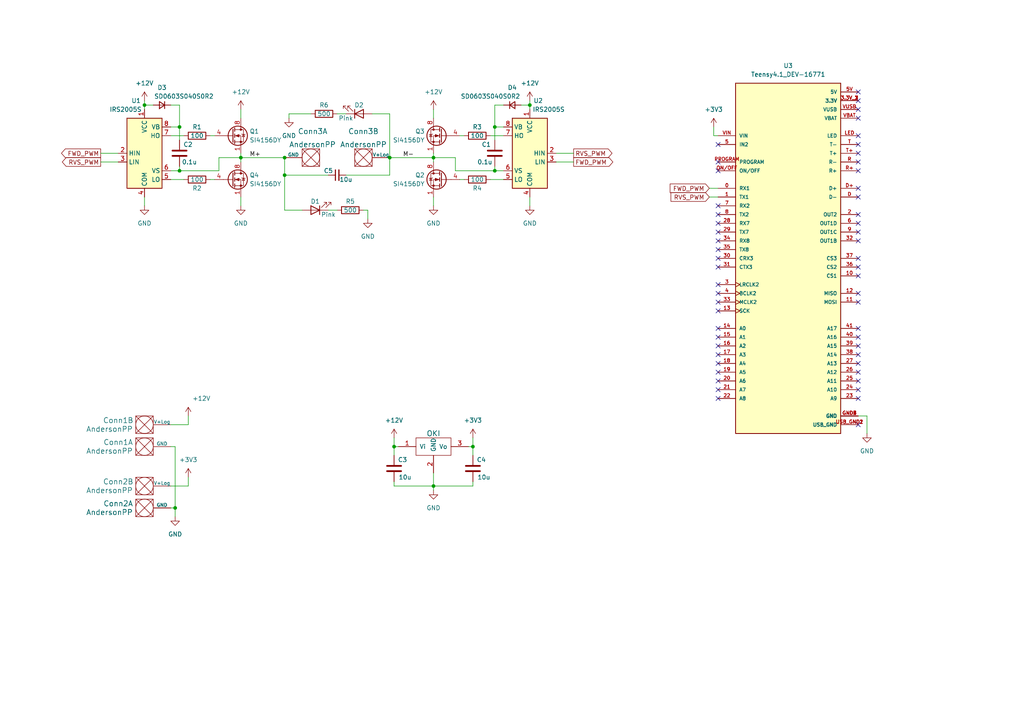
<source format=kicad_sch>
(kicad_sch (version 20211123) (generator eeschema)
  (paper "A4")
  (lib_symbols
    (symbol "Device:C" (pin_numbers hide) (pin_names (offset 0.254))
      (property "Reference" "C" (at 0.635 2.54 0))
      (property "Value" "C" (at 0.635 -2.54 0))
      (symbol "C_0_1"
        (polyline (pts (xy -2.032 -0.762) (xy 2.032 -0.762)) (stroke (width 0.508)))
        (polyline (pts (xy -2.032 0.762) (xy 2.032 0.762)) (stroke (width 0.508)))
      )
      (symbol "C_1_1"
        (pin passive line (at 0 3.81 270) (length 2.794) (name "~") (number "1"))
        (pin passive line (at 0 -3.81 90) (length 2.794) (name "~") (number "2"))
      )
    )
    (symbol "Device:C_Small" (pin_numbers hide) (pin_names (offset 0.254) hide)
      (property "Reference" "C" (at 0.254 1.778 0))
      (property "Value" "C_Small" (at 0.254 -2.032 0))
      (symbol "C_Small_0_1"
        (polyline (pts (xy -1.524 -0.508) (xy 1.524 -0.508)) (stroke (width 0.3302)))
        (polyline (pts (xy -1.524 0.508) (xy 1.524 0.508)) (stroke (width 0.3048)))
      )
      (symbol "C_Small_1_1"
        (pin passive line (at 0 2.54 270) (length 2.032) (name "~") (number "1"))
        (pin passive line (at 0 -2.54 90) (length 2.032) (name "~") (number "2"))
      )
    )
    (symbol "Device:D_Small" (pin_numbers hide) (pin_names (offset 0.254) hide)
      (property "Reference" "D" (at -1.27 2.032 0))
      (property "Value" "D_Small" (at -3.81 -2.032 0))
      (symbol "D_Small_0_1"
        (polyline (pts (xy -0.762 -1.016) (xy -0.762 1.016)) (stroke (width 0.254)))
        (polyline (pts (xy -0.762 0) (xy 0.762 0)))
        (polyline (pts (xy 0.762 -1.016) (xy -0.762 0) (xy 0.762 1.016) (xy 0.762 -1.016)) (stroke (width 0.254)))
      )
      (symbol "D_Small_1_1"
        (pin passive line (at -2.54 0 0) (length 1.778) (name "K") (number "1"))
        (pin passive line (at 2.54 0 180) (length 1.778) (name "A") (number "2"))
      )
    )
    (symbol "Device:LED" (pin_numbers hide) (pin_names (offset 1.016) hide)
      (property "Reference" "D" (at 0 2.54 0))
      (property "Value" "LED" (at 0 -2.54 0))
      (symbol "LED_0_1"
        (polyline (pts (xy -1.27 -1.27) (xy -1.27 1.27)) (stroke (width 0.254)))
        (polyline (pts (xy -1.27 0) (xy 1.27 0)))
        (polyline (pts (xy 1.27 -1.27) (xy 1.27 1.27) (xy -1.27 0) (xy 1.27 -1.27)) (stroke (width 0.254)))
        (polyline (pts (xy -3.048 -0.762) (xy -4.572 -2.286) (xy -3.81 -2.286) (xy -4.572 -2.286) (xy -4.572 -1.524)))
        (polyline (pts (xy -1.778 -0.762) (xy -3.302 -2.286) (xy -2.54 -2.286) (xy -3.302 -2.286) (xy -3.302 -1.524)))
      )
      (symbol "LED_1_1"
        (pin passive line (at -3.81 0 0) (length 2.54) (name "K") (number "1"))
        (pin passive line (at 3.81 0 180) (length 2.54) (name "A") (number "2"))
      )
    )
    (symbol "Device:R" (pin_numbers hide) (pin_names (offset 0))
      (property "Reference" "R" (at 2.032 0 90))
      (property "Value" "R" (at 0 0 90))
      (symbol "R_0_1"
        (rectangle (start -1.016 -2.54) (end 1.016 2.54) (stroke (width 0.254)))
      )
      (symbol "R_1_1"
        (pin passive line (at 0 3.81 270) (length 1.27) (name "~") (number "1"))
        (pin passive line (at 0 -3.81 90) (length 1.27) (name "~") (number "2"))
      )
    )
    (symbol "Driver_FET:IRS2005S"
      (property "Reference" "U" (at 1.27 13.335 0))
      (property "Value" "IRS2005S" (at 1.27 11.43 0))
      (symbol "IRS2005S_0_1"
        (rectangle (start -5.08 -10.16) (end 5.08 10.16) (stroke (width 0.254)) (fill (type background)))
      )
      (symbol "IRS2005S_1_1"
        (pin power_in line (at 0 12.7 270) (length 2.54) (name "VCC") (number "1"))
        (pin input line (at -7.62 0 0) (length 2.54) (name "HIN") (number "2"))
        (pin input line (at -7.62 -2.54 0) (length 2.54) (name "LIN") (number "3"))
        (pin power_in line (at 0 -12.7 90) (length 2.54) (name "COM") (number "4"))
        (pin output line (at 7.62 -7.62 180) (length 2.54) (name "LO") (number "5"))
        (pin passive line (at 7.62 -5.08 180) (length 2.54) (name "VS") (number "6"))
        (pin output line (at 7.62 5.08 180) (length 2.54) (name "HO") (number "7"))
        (pin passive line (at 7.62 7.62 180) (length 2.54) (name "VB") (number "8"))
      )
    )
    (symbol "MRDT_Connectors:AndersonPP" (pin_numbers hide) (pin_names (offset 0))
      (property "Reference" "Conn" (at 3.81 -1.27 0))
      (property "Value" "AndersonPP" (at 2.54 6.35 0))
      (symbol "AndersonPP_0_1"
        (polyline (pts (xy 0 5.08) (xy 5.08 0)))
        (polyline (pts (xy 5.08 5.08) (xy 0 0)))
        (rectangle (start 0 0) (end 5.08 5.08))
        (circle (center 2.54 2.54) (radius 2.54))
      )
      (symbol "AndersonPP_1_1"
        (pin input line (at 10.16 2.54 180) (length 5.08) (name "GND") (number "1"))
      )
      (symbol "AndersonPP_2_1"
        (pin input line (at 10.16 2.54 180) (length 5.08) (name "V+Log") (number "2"))
      )
      (symbol "AndersonPP_3_1"
        (pin input line (at 10.16 2.54 180) (length 5.08) (name "V+Act") (number "3"))
      )
      (symbol "AndersonPP_4_1"
        (pin input line (at 10.16 2.54 180) (length 5.08) (name "PV+") (number "4"))
      )
      (symbol "AndersonPP_5_1"
        (pin input line (at 10.16 2.54 180) (length 5.08) (name "~") (number "1"))
      )
    )
    (symbol "MRDT_Devices:OKI" (pin_names (offset 1.016))
      (property "Value" "OKI" (at 5.08 6.35 0))
      (symbol "OKI_0_1"
        (rectangle (start 0 0) (end 10.16 5.08))
      )
      (symbol "OKI_1_1"
        (pin input line (at -5.08 2.54 0) (length 5.08) (name "Vi") (number "1"))
        (pin output line (at 5.08 -5.08 90) (length 5.08) (name "GND") (number "2"))
        (pin output line (at 15.24 2.54 180) (length 5.08) (name "Vo") (number "3"))
      )
    )
    (symbol "MRDT_Shields:Teensy4.1_DEV-16771" (pin_names (offset 1.016))
      (property "Reference" "U" (at -15.24 52.07 0))
      (property "Value" "Teensy4.1_DEV-16771" (at -15.24 -53.34 0))
      (symbol "Teensy4.1_DEV-16771_0_0"
        (rectangle (start -15.24 -50.8) (end 15.24 50.8) (stroke (width 0.254)) (fill (type background)))
        (pin bidirectional line (at -20.32 20.32 0) (length 5.08) (name "RX1") (number "0"))
        (pin bidirectional line (at -20.32 17.78 0) (length 5.08) (name "TX1") (number "1"))
        (pin bidirectional line (at 20.32 -5.08 180) (length 5.08) (name "CS1") (number "10"))
        (pin bidirectional line (at 20.32 -12.7 180) (length 5.08) (name "MOSI") (number "11"))
        (pin bidirectional line (at 20.32 -10.16 180) (length 5.08) (name "MISO") (number "12"))
        (pin bidirectional clock (at -20.32 -15.24 0) (length 5.08) (name "SCK") (number "13"))
        (pin bidirectional line (at -20.32 -20.32 0) (length 5.08) (name "A0") (number "14"))
        (pin bidirectional line (at -20.32 -22.86 0) (length 5.08) (name "A1") (number "15"))
        (pin bidirectional line (at -20.32 -25.4 0) (length 5.08) (name "A2") (number "16"))
        (pin bidirectional line (at -20.32 -27.94 0) (length 5.08) (name "A3") (number "17"))
        (pin bidirectional line (at -20.32 -30.48 0) (length 5.08) (name "A4") (number "18"))
        (pin bidirectional line (at -20.32 -33.02 0) (length 5.08) (name "A5") (number "19"))
        (pin output line (at 20.32 12.7 180) (length 5.08) (name "OUT2") (number "2"))
        (pin bidirectional line (at -20.32 -35.56 0) (length 5.08) (name "A6") (number "20"))
        (pin bidirectional line (at -20.32 -38.1 0) (length 5.08) (name "A7") (number "21"))
        (pin bidirectional line (at -20.32 -40.64 0) (length 5.08) (name "A8") (number "22"))
        (pin bidirectional line (at 20.32 -40.64 180) (length 5.08) (name "A9") (number "23"))
        (pin bidirectional line (at 20.32 -38.1 180) (length 5.08) (name "A10") (number "24"))
        (pin bidirectional line (at 20.32 -35.56 180) (length 5.08) (name "A11") (number "25"))
        (pin bidirectional line (at 20.32 -33.02 180) (length 5.08) (name "A12") (number "26"))
        (pin bidirectional line (at 20.32 -30.48 180) (length 5.08) (name "A13") (number "27"))
        (pin bidirectional line (at -20.32 10.16 0) (length 5.08) (name "RX7") (number "28"))
        (pin bidirectional line (at -20.32 7.62 0) (length 5.08) (name "TX7") (number "29"))
        (pin bidirectional clock (at -20.32 -7.62 0) (length 5.08) (name "LRCLK2") (number "3"))
        (pin power_in line (at 20.32 45.72 180) (length 5.08) (name "3.3V") (number "3.3V_1"))
        (pin power_in line (at 20.32 45.72 180) (length 5.08) (name "3.3V") (number "3.3V_2"))
        (pin power_in line (at 20.32 45.72 180) (length 5.08) (name "3.3V") (number "3.3V_3"))
        (pin bidirectional line (at -20.32 0 0) (length 5.08) (name "CRX3") (number "30"))
        (pin bidirectional line (at -20.32 -2.54 0) (length 5.08) (name "CTX3") (number "31"))
        (pin output line (at 20.32 5.08 180) (length 5.08) (name "OUT1B") (number "32"))
        (pin bidirectional clock (at -20.32 -12.7 0) (length 5.08) (name "MCLK2") (number "33"))
        (pin bidirectional line (at -20.32 5.08 0) (length 5.08) (name "RX8") (number "34"))
        (pin bidirectional line (at -20.32 2.54 0) (length 5.08) (name "TX8") (number "35"))
        (pin bidirectional line (at 20.32 -2.54 180) (length 5.08) (name "CS2") (number "36"))
        (pin bidirectional line (at 20.32 0 180) (length 5.08) (name "CS3") (number "37"))
        (pin bidirectional line (at 20.32 -27.94 180) (length 5.08) (name "A14") (number "38"))
        (pin bidirectional line (at 20.32 -25.4 180) (length 5.08) (name "A15") (number "39"))
        (pin bidirectional clock (at -20.32 -10.16 0) (length 5.08) (name "BCLK2") (number "4"))
        (pin bidirectional line (at 20.32 -22.86 180) (length 5.08) (name "A16") (number "40"))
        (pin bidirectional line (at 20.32 -20.32 180) (length 5.08) (name "A17") (number "41"))
        (pin bidirectional line (at -20.32 33.02 0) (length 5.08) (name "IN2") (number "5"))
        (pin power_in line (at 20.32 48.26 180) (length 5.08) (name "5V") (number "5V"))
        (pin output line (at 20.32 10.16 180) (length 5.08) (name "OUT1D") (number "6"))
        (pin bidirectional line (at -20.32 15.24 0) (length 5.08) (name "RX2") (number "7"))
        (pin bidirectional line (at -20.32 12.7 0) (length 5.08) (name "TX2") (number "8"))
        (pin output line (at 20.32 7.62 180) (length 5.08) (name "OUT1C") (number "9"))
        (pin bidirectional line (at 20.32 17.78 180) (length 5.08) (name "D-") (number "D"))
        (pin bidirectional line (at 20.32 20.32 180) (length 5.08) (name "D+") (number "D+"))
        (pin power_in line (at 20.32 -45.72 180) (length 5.08) (name "GND") (number "GND1"))
        (pin power_in line (at 20.32 -45.72 180) (length 5.08) (name "GND") (number "GND2"))
        (pin power_in line (at 20.32 -45.72 180) (length 5.08) (name "GND") (number "GND3"))
        (pin power_in line (at 20.32 -45.72 180) (length 5.08) (name "GND") (number "GND4"))
        (pin power_in line (at 20.32 -45.72 180) (length 5.08) (name "GND") (number "GND5"))
        (pin bidirectional line (at 20.32 35.56 180) (length 5.08) (name "LED") (number "LED"))
        (pin bidirectional line (at -20.32 25.4 0) (length 5.08) (name "ON/OFF") (number "ON/OFF"))
        (pin bidirectional line (at -20.32 27.94 0) (length 5.08) (name "PROGRAM") (number "PROGRAM"))
        (pin bidirectional line (at 20.32 27.94 180) (length 5.08) (name "R-") (number "R"))
        (pin bidirectional line (at 20.32 25.4 180) (length 5.08) (name "R+") (number "R+"))
        (pin bidirectional line (at 20.32 33.02 180) (length 5.08) (name "T-") (number "T"))
        (pin bidirectional line (at 20.32 30.48 180) (length 5.08) (name "T+") (number "T+"))
        (pin power_in line (at 20.32 -48.26 180) (length 5.08) (name "USB_GND") (number "USB_GND1"))
        (pin power_in line (at 20.32 -48.26 180) (length 5.08) (name "USB_GND") (number "USB_GND2"))
        (pin passive line (at 20.32 40.64 180) (length 5.08) (name "VBAT") (number "VBAT"))
        (pin input line (at -20.32 35.56 0) (length 5.08) (name "VIN") (number "VIN"))
        (pin passive line (at 20.32 43.18 180) (length 5.08) (name "VUSB") (number "VUSB"))
      )
    )
    (symbol "Transistor_FET:FDS2734" (pin_names hide)
      (property "Reference" "Q" (at 5.08 2.54 0))
      (property "Value" "FDS2734" (at 5.08 0 0))
      (symbol "FDS2734_0_1"
        (polyline (pts (xy 0.254 0) (xy -2.54 0)))
        (polyline (pts (xy 0.254 1.905) (xy 0.254 -1.905)) (stroke (width 0.254)))
        (polyline (pts (xy 0.762 -1.27) (xy 0.762 -2.286)) (stroke (width 0.254)))
        (polyline (pts (xy 0.762 0.508) (xy 0.762 -0.508)) (stroke (width 0.254)))
        (polyline (pts (xy 0.762 2.286) (xy 0.762 1.27)) (stroke (width 0.254)))
        (polyline (pts (xy 2.54 2.54) (xy 2.54 1.778)))
        (polyline (pts (xy 2.54 -2.54) (xy 2.54 0) (xy 0.762 0)))
        (polyline (pts (xy 0.762 -1.778) (xy 3.302 -1.778) (xy 3.302 1.778) (xy 0.762 1.778)))
        (polyline (pts (xy 1.016 0) (xy 2.032 0.381) (xy 2.032 -0.381) (xy 1.016 0)) (fill (type outline)))
        (polyline (pts (xy 2.794 0.508) (xy 2.921 0.381) (xy 3.683 0.381) (xy 3.81 0.254)))
        (polyline (pts (xy 3.302 0.381) (xy 2.921 -0.254) (xy 3.683 -0.254) (xy 3.302 0.381)))
        (circle (center 1.651 0) (radius 2.794) (stroke (width 0.254)))
        (circle (center 2.54 -1.778) (radius 0.254) (fill (type outline)))
        (circle (center 2.54 1.778) (radius 0.254) (fill (type outline)))
      )
      (symbol "FDS2734_1_1"
        (pin passive line (at 2.54 -5.08 90) (length 2.54) (name "S") (number "1"))
        (pin passive line (at 2.54 -5.08 90) (length 2.54) hide (name "S") (number "2"))
        (pin passive line (at 2.54 -5.08 90) (length 2.54) hide (name "S") (number "3"))
        (pin input line (at -5.08 0 0) (length 2.54) (name "G") (number "4"))
        (pin passive line (at 2.54 5.08 270) (length 2.54) hide (name "D") (number "5"))
        (pin passive line (at 2.54 5.08 270) (length 2.54) hide (name "D") (number "6"))
        (pin passive line (at 2.54 5.08 270) (length 2.54) hide (name "D") (number "7"))
        (pin passive line (at 2.54 5.08 270) (length 2.54) (name "D") (number "8"))
      )
    )
    (symbol "power:+12V" (power) (pin_names (offset 0))
      (property "Value" "+12V" (at 0 3.556 0))
      (symbol "+12V_0_1"
        (polyline (pts (xy -0.762 1.27) (xy 0 2.54)))
        (polyline (pts (xy 0 0) (xy 0 2.54)))
        (polyline (pts (xy 0 2.54) (xy 0.762 1.27)))
      )
      (symbol "+12V_1_1"
        (pin power_in line (at 0 0 90) (length 0) hide (name "+12V") (number "1"))
      )
    )
    (symbol "power:+3V3" (power) (pin_names (offset 0))
      (property "Value" "+3V3" (at 0 3.556 0))
      (symbol "+3V3_0_1"
        (polyline (pts (xy -0.762 1.27) (xy 0 2.54)))
        (polyline (pts (xy 0 0) (xy 0 2.54)))
        (polyline (pts (xy 0 2.54) (xy 0.762 1.27)))
      )
      (symbol "+3V3_1_1"
        (pin power_in line (at 0 0 90) (length 0) hide (name "+3V3") (number "1"))
      )
    )
    (symbol "power:GND" (power) (pin_names (offset 0))
      (property "Value" "GND" (at 0 -3.81 0))
      (symbol "GND_0_1"
        (polyline (pts (xy 0 0) (xy 0 -1.27) (xy 1.27 -1.27) (xy 0 -2.54) (xy -1.27 -1.27) (xy 0 -1.27)))
      )
      (symbol "GND_1_1"
        (pin power_in line (at 0 0 270) (length 0) hide (name "GND") (number "1"))
      )
    )
  )
  (junction (at 137.16 129.54))
  (junction (at 69.85 45.72))
  (junction (at 82.55 50.8))
  (junction (at 113.03 45.72))
  (junction (at 82.55 45.72))
  (junction (at 52.07 49.53))
  (junction (at 52.07 36.83))
  (junction (at 114.3 129.54))
  (junction (at 143.51 36.83))
  (junction (at 153.67 30.48))
  (junction (at 125.73 140.97))
  (junction (at 143.51 49.53))
  (junction (at 41.91 30.48))
  (junction (at 125.73 45.72))
  (junction (at 50.8 147.32))
  (no_connect (at 208.28 41.91))
  (no_connect (at 208.28 46.99))
  (no_connect (at 248.92 26.67))
  (no_connect (at 248.92 29.21))
  (no_connect (at 248.92 31.75))
  (no_connect (at 248.92 34.29))
  (no_connect (at 248.92 39.37))
  (no_connect (at 248.92 41.91))
  (no_connect (at 248.92 44.45))
  (no_connect (at 248.92 46.99))
  (no_connect (at 248.92 49.53))
  (no_connect (at 248.92 54.61))
  (no_connect (at 248.92 57.15))
  (no_connect (at 248.92 62.23))
  (no_connect (at 248.92 64.77))
  (no_connect (at 248.92 67.31))
  (no_connect (at 208.28 107.95))
  (no_connect (at 208.28 110.49))
  (no_connect (at 208.28 113.03))
  (no_connect (at 208.28 115.57))
  (no_connect (at 208.28 64.77))
  (no_connect (at 208.28 67.31))
  (no_connect (at 208.28 69.85))
  (no_connect (at 208.28 72.39))
  (no_connect (at 208.28 74.93))
  (no_connect (at 208.28 49.53))
  (no_connect (at 208.28 59.69))
  (no_connect (at 208.28 62.23))
  (no_connect (at 248.92 69.85))
  (no_connect (at 248.92 74.93))
  (no_connect (at 208.28 77.47))
  (no_connect (at 208.28 82.55))
  (no_connect (at 208.28 85.09))
  (no_connect (at 208.28 87.63))
  (no_connect (at 208.28 90.17))
  (no_connect (at 208.28 100.33))
  (no_connect (at 208.28 95.25))
  (no_connect (at 208.28 97.79))
  (no_connect (at 208.28 105.41))
  (no_connect (at 208.28 102.87))
  (no_connect (at 248.92 77.47))
  (no_connect (at 248.92 80.01))
  (no_connect (at 248.92 85.09))
  (no_connect (at 248.92 87.63))
  (no_connect (at 248.92 95.25))
  (no_connect (at 248.92 97.79))
  (no_connect (at 248.92 100.33))
  (no_connect (at 248.92 102.87))
  (no_connect (at 248.92 105.41))
  (no_connect (at 248.92 107.95))
  (no_connect (at 248.92 110.49))
  (no_connect (at 248.92 113.03))
  (no_connect (at 248.92 115.57))
  (no_connect (at 248.92 123.19))
  (wire (pts (xy 52.07 36.83) (xy 52.07 40.64)))
  (wire (pts (xy 82.55 50.8) (xy 95.25 50.8)))
  (wire (pts (xy 207.01 36.83) (xy 207.01 39.37)))
  (wire (pts (xy 251.46 120.65) (xy 251.46 125.73)))
  (wire (pts (xy 63.5 49.53) (xy 63.5 45.72)))
  (wire (pts (xy 100.33 33.02) (xy 97.79 33.02)))
  (wire (pts (xy 114.3 127) (xy 114.3 129.54)))
  (wire (pts (xy 113.03 33.02) (xy 113.03 45.72)))
  (wire (pts (xy 146.05 52.07) (xy 142.24 52.07)))
  (wire (pts (xy 69.85 45.72) (xy 69.85 46.99)))
  (wire (pts (xy 50.8 129.54) (xy 50.8 147.32)))
  (wire (pts (xy 44.45 30.48) (xy 41.91 30.48)))
  (wire (pts (xy 132.08 45.72) (xy 125.73 45.72)))
  (wire (pts (xy 54.61 123.19) (xy 54.61 120.65)))
  (wire (pts (xy 63.5 45.72) (xy 69.85 45.72)))
  (wire (pts (xy 82.55 50.8) (xy 82.55 45.72)))
  (wire (pts (xy 52.07 36.83) (xy 52.07 30.48)))
  (wire (pts (xy 143.51 48.26) (xy 143.51 49.53)))
  (wire (pts (xy 161.29 44.45) (xy 166.37 44.45)))
  (wire (pts (xy 205.74 57.15) (xy 208.28 57.15)))
  (wire (pts (xy 49.53 147.32) (xy 50.8 147.32)))
  (wire (pts (xy 132.08 49.53) (xy 132.08 45.72)))
  (wire (pts (xy 153.67 30.48) (xy 153.67 31.75)))
  (wire (pts (xy 60.96 52.07) (xy 62.23 52.07)))
  (wire (pts (xy 143.51 36.83) (xy 143.51 30.48)))
  (wire (pts (xy 49.53 49.53) (xy 52.07 49.53)))
  (wire (pts (xy 133.35 39.37) (xy 134.62 39.37)))
  (wire (pts (xy 69.85 45.72) (xy 82.55 45.72)))
  (wire (pts (xy 142.24 39.37) (xy 146.05 39.37)))
  (wire (pts (xy 49.53 36.83) (xy 52.07 36.83)))
  (wire (pts (xy 82.55 60.96) (xy 82.55 50.8)))
  (wire (pts (xy 41.91 30.48) (xy 41.91 31.75)))
  (wire (pts (xy 41.91 29.21) (xy 41.91 30.48)))
  (wire (pts (xy 83.82 33.02) (xy 83.82 34.29)))
  (wire (pts (xy 60.96 39.37) (xy 62.23 39.37)))
  (wire (pts (xy 137.16 127) (xy 137.16 129.54)))
  (wire (pts (xy 113.03 50.8) (xy 113.03 45.72)))
  (wire (pts (xy 49.53 140.97) (xy 54.61 140.97)))
  (wire (pts (xy 106.68 60.96) (xy 106.68 63.5)))
  (wire (pts (xy 105.41 60.96) (xy 106.68 60.96)))
  (wire (pts (xy 54.61 140.97) (xy 54.61 138.43)))
  (wire (pts (xy 135.89 129.54) (xy 137.16 129.54)))
  (wire (pts (xy 125.73 45.72) (xy 113.03 45.72)))
  (wire (pts (xy 161.29 46.99) (xy 166.37 46.99)))
  (wire (pts (xy 125.73 45.72) (xy 125.73 46.99)))
  (wire (pts (xy 107.95 33.02) (xy 113.03 33.02)))
  (wire (pts (xy 49.53 129.54) (xy 50.8 129.54)))
  (wire (pts (xy 146.05 49.53) (xy 143.51 49.53)))
  (wire (pts (xy 137.16 129.54) (xy 137.16 132.08)))
  (wire (pts (xy 52.07 48.26) (xy 52.07 49.53)))
  (wire (pts (xy 153.67 57.15) (xy 153.67 59.69)))
  (wire (pts (xy 100.33 50.8) (xy 113.03 50.8)))
  (wire (pts (xy 41.91 57.15) (xy 41.91 59.69)))
  (wire (pts (xy 114.3 140.97) (xy 125.73 140.97)))
  (wire (pts (xy 49.53 39.37) (xy 53.34 39.37)))
  (wire (pts (xy 151.13 30.48) (xy 153.67 30.48)))
  (wire (pts (xy 29.21 46.99) (xy 34.29 46.99)))
  (wire (pts (xy 153.67 29.21) (xy 153.67 30.48)))
  (wire (pts (xy 114.3 129.54) (xy 114.3 132.08)))
  (wire (pts (xy 90.17 33.02) (xy 83.82 33.02)))
  (wire (pts (xy 49.53 123.19) (xy 54.61 123.19)))
  (wire (pts (xy 125.73 31.75) (xy 125.73 34.29)))
  (wire (pts (xy 29.21 44.45) (xy 34.29 44.45)))
  (wire (pts (xy 52.07 49.53) (xy 63.5 49.53)))
  (wire (pts (xy 133.35 52.07) (xy 134.62 52.07)))
  (wire (pts (xy 143.51 49.53) (xy 132.08 49.53)))
  (wire (pts (xy 69.85 44.45) (xy 69.85 45.72)))
  (wire (pts (xy 125.73 57.15) (xy 125.73 59.69)))
  (wire (pts (xy 125.73 137.16) (xy 125.73 140.97)))
  (wire (pts (xy 143.51 30.48) (xy 146.05 30.48)))
  (wire (pts (xy 114.3 129.54) (xy 115.57 129.54)))
  (wire (pts (xy 95.25 60.96) (xy 97.79 60.96)))
  (wire (pts (xy 146.05 36.83) (xy 143.51 36.83)))
  (wire (pts (xy 207.01 39.37) (xy 208.28 39.37)))
  (wire (pts (xy 125.73 44.45) (xy 125.73 45.72)))
  (wire (pts (xy 49.53 52.07) (xy 53.34 52.07)))
  (wire (pts (xy 125.73 140.97) (xy 137.16 140.97)))
  (wire (pts (xy 143.51 36.83) (xy 143.51 40.64)))
  (wire (pts (xy 137.16 139.7) (xy 137.16 140.97)))
  (wire (pts (xy 52.07 30.48) (xy 49.53 30.48)))
  (wire (pts (xy 114.3 139.7) (xy 114.3 140.97)))
  (wire (pts (xy 125.73 140.97) (xy 125.73 142.24)))
  (wire (pts (xy 69.85 31.75) (xy 69.85 34.29)))
  (wire (pts (xy 205.74 54.61) (xy 208.28 54.61)))
  (wire (pts (xy 50.8 147.32) (xy 50.8 149.86)))
  (wire (pts (xy 87.63 60.96) (xy 82.55 60.96)))
  (wire (pts (xy 69.85 57.15) (xy 69.85 59.69)))
  (wire (pts (xy 248.92 120.65) (xy 251.46 120.65)))
  (label "M-" (at 116.84 45.72 0))
  (label "M+" (at 72.39 45.72 0))
  (global_label "RVS_PWM" (shape output) (at 166.37 44.45 0) (property "Intersheet References" "${INTERSHEET_REFS}" (effects hide)))
  (global_label "FWD_PWM" (shape input) (at 205.74 54.61 180) (property "Intersheet References" "${INTERSHEET_REFS}" (effects hide)))
  (global_label "RVS_PWM" (shape output) (at 29.21 46.99 180) (property "Intersheet References" "${INTERSHEET_REFS}" (effects hide)))
  (global_label "RVS_PWM" (shape input) (at 205.74 57.15 180) (property "Intersheet References" "${INTERSHEET_REFS}" (effects hide)))
  (global_label "FWD_PWM" (shape output) (at 166.37 46.99 0) (property "Intersheet References" "${INTERSHEET_REFS}" (effects hide)))
  (global_label "FWD_PWM" (shape output) (at 29.21 44.45 180) (property "Intersheet References" "${INTERSHEET_REFS}" (effects hide)))
  (symbol (lib_id "Device:R") (at 57.15 52.07 90) (unit 1)
    (property "Reference" "R2" (at 57.15 54.61 90))
    (property "Value" "100" (at 57.15 52.07 90))
    (property "Footprint" "Resistor_SMD:R_0603_1608Metric_Pad0.98x0.95mm_HandSolder" (effects hide))
  )
  (symbol (lib_id "power:+12V") (at 153.67 29.21 0) (unit 1)
    (property "Reference" "#PWR0102" (effects hide))
    (property "Value" "+12V" (at 153.67 24.13 0))
  )
  (symbol (lib_id "Device:R") (at 57.15 39.37 90) (unit 1)
    (property "Reference" "R1" (at 57.15 36.83 90))
    (property "Value" "100" (at 57.15 39.37 90))
    (property "Footprint" "Resistor_SMD:R_0603_1608Metric_Pad0.98x0.95mm_HandSolder" (effects hide))
  )
  (symbol (lib_id "power:+12V") (at 54.61 120.65 0) (unit 1)
    (property "Reference" "#PWR02" (effects hide))
    (property "Value" "+12V" (at 58.42 115.57 0))
  )
  (symbol (lib_id "power:+12V") (at 125.73 31.75 0) (unit 1)
    (property "Reference" "#PWR0106" (effects hide))
    (property "Value" "+12V" (at 125.73 26.67 0))
  )
  (symbol (lib_id "MRDT_Connectors:AndersonPP") (at 39.37 132.08 0) (unit 1)
    (property "Reference" "Conn1" (at 34.29 128.27 0) (effects (font (size 1.524 1.524))))
    (property "Value" "AndersonPP" (at 31.75 130.81 0) (effects (font (size 1.524 1.524))))
    (property "Footprint" "MRDT_Connectors:Square_Anderson_2_H_Side_By_Side" (effects hide))
  )
  (symbol (lib_id "Transistor_FET:FDS2734") (at 128.27 52.07 0) (mirror y) (unit 1)
    (property "Reference" "Q2" (at 123.19 50.8 0) (effects (justify left)))
    (property "Value" "SI4156DY" (at 123.19 53.34 0) (effects (justify left)))
    (property "Footprint" "Package_SO:SOIC-8_3.9x4.9mm_P1.27mm" (effects hide))
    (property "Datasheet" "https://www.onsemi.com/pdf/datasheet/fds8896-d.pdf" (effects hide))
  )
  (symbol (lib_id "Device:C") (at 137.16 135.89 0) (mirror y) (unit 1)
    (property "Reference" "C4" (at 140.97 133.35 0) (effects (justify left)))
    (property "Value" "10u" (at 142.24 138.43 0) (effects (justify left)))
    (property "Footprint" "Capacitor_SMD:C_0603_1608Metric" (effects hide))
  )
  (symbol (lib_id "power:+3V3") (at 54.61 138.43 0) (unit 1)
    (property "Reference" "#PWR0113" (effects hide))
    (property "Value" "+3V3" (at 54.61 133.35 0))
  )
  (symbol (lib_id "power:GND") (at 251.46 125.73 0) (unit 1)
    (property "Reference" "#PWR08" (effects hide))
    (property "Value" "GND" (at 251.46 130.81 0))
  )
  (symbol (lib_id "Device:C") (at 52.07 44.45 0) (mirror y) (unit 1)
    (property "Reference" "C2" (at 55.88 41.91 0) (effects (justify left)))
    (property "Value" "0.1u" (at 57.15 46.99 0) (effects (justify left)))
    (property "Footprint" "Capacitor_SMD:C_0603_1608Metric" (effects hide))
  )
  (symbol (lib_id "Device:D_Small") (at 46.99 30.48 0) (mirror y) (unit 1)
    (property "Reference" "D3" (at 46.99 25.4 0))
    (property "Value" "SD0603S040S0R2" (at 53.34 27.94 0))
    (property "Footprint" "Diode_SMD:D_0603_1608Metric" (effects hide))
  )
  (symbol (lib_id "Device:C") (at 114.3 135.89 0) (mirror y) (unit 1)
    (property "Reference" "C3" (at 118.11 133.35 0) (effects (justify left)))
    (property "Value" "10u" (at 119.38 138.43 0) (effects (justify left)))
    (property "Footprint" "Capacitor_SMD:C_0603_1608Metric" (effects hide))
  )
  (symbol (lib_id "Device:LED") (at 91.44 60.96 180) (unit 1)
    (property "Reference" "D1" (at 91.44 58.42 0))
    (property "Value" "Pink" (at 95.25 62.23 0))
    (property "Footprint" "LED_SMD:LED_0603_1608Metric_Pad1.05x0.95mm_HandSolder" (effects hide))
  )
  (symbol (lib_id "MRDT_Connectors:AndersonPP") (at 102.87 48.26 0) (unit 2)
    (property "Reference" "Conn3" (at 105.41 38.1 0) (effects (font (size 1.524 1.524))))
    (property "Value" "AndersonPP" (at 105.41 41.91 0) (effects (font (size 1.524 1.524))))
    (property "Footprint" "MRDT_Connectors:Square_Anderson_2_H_Side_By_Side" (effects hide))
  )
  (symbol (lib_id "Device:R") (at 138.43 39.37 270) (mirror x) (unit 1)
    (property "Reference" "R3" (at 138.43 36.83 90))
    (property "Value" "100" (at 138.43 39.37 90))
    (property "Footprint" "Resistor_SMD:R_0603_1608Metric_Pad0.98x0.95mm_HandSolder" (effects hide))
  )
  (symbol (lib_id "power:GND") (at 83.82 34.29 0) (unit 1)
    (property "Reference" "#PWR0103" (effects hide))
    (property "Value" "GND" (at 83.82 39.37 0))
  )
  (symbol (lib_id "power:+12V") (at 114.3 127 0) (unit 1)
    (property "Reference" "#PWR0111" (effects hide))
    (property "Value" "+12V" (at 114.3 121.92 0))
  )
  (symbol (lib_id "power:+3V3") (at 207.01 36.83 0) (unit 1)
    (property "Reference" "#PWR0109" (effects hide))
    (property "Value" "+3V3" (at 207.01 31.75 0))
  )
  (symbol (lib_id "power:+3V3") (at 137.16 127 0) (unit 1)
    (property "Reference" "#PWR0112" (effects hide))
    (property "Value" "+3V3" (at 137.16 121.92 0))
  )
  (symbol (lib_id "Transistor_FET:FDS2734") (at 67.31 52.07 0) (unit 1)
    (property "Reference" "Q4" (at 72.39 50.8 0) (effects (justify left)))
    (property "Value" "SI4156DY" (at 72.39 53.34 0) (effects (justify left)))
    (property "Footprint" "Package_SO:SOIC-8_3.9x4.9mm_P1.27mm" (effects hide))
    (property "Datasheet" "https://www.onsemi.com/pdf/datasheet/fds8896-d.pdf" (effects hide))
  )
  (symbol (lib_id "Driver_FET:IRS2005S") (at 153.67 44.45 0) (mirror y) (unit 1)
    (property "Reference" "U2" (at 157.48 29.21 0) (effects (justify left)))
    (property "Value" "IRS2005S" (at 163.83 31.75 0) (effects (justify left)))
    (property "Footprint" "Package_SO:SOIC-8_3.9x4.9mm_P1.27mm" (effects hide))
    (property "Datasheet" "https://www.infineon.com/dgdl/Infineon-IRS2005S-DS-v02_00-EN.pdf?fileId=5546d462533600a4015364c4246229e1" (effects hide))
  )
  (symbol (lib_id "MRDT_Shields:Teensy4.1_DEV-16771") (at 228.6 74.93 0) (unit 1)
    (property "Reference" "U3" (at 228.6 19.05 0))
    (property "Value" "Teensy4.1_DEV-16771" (at 228.6 21.59 0))
    (property "Footprint" "MRDT_Shields:MODULE_DEV-16771" (effects hide))
    (property "STANDARD" "Manufacturer recommendations" (effects hide))
    (property "MAXIMUM_PACKAGE_HEIGHT" "4.07mm" (effects hide))
    (property "MANUFACTURER" "SparkFun Electronics" (effects hide))
    (property "PARTREV" "4.1" (effects hide))
  )
  (symbol (lib_id "power:GND") (at 125.73 59.69 0) (unit 1)
    (property "Reference" "#PWR0107" (effects hide))
    (property "Value" "GND" (at 125.73 64.77 0))
  )
  (symbol (lib_id "Transistor_FET:FDS2734") (at 67.31 39.37 0) (unit 1)
    (property "Reference" "Q1" (at 72.39 38.1 0) (effects (justify left)))
    (property "Value" "SI4156DY" (at 72.39 40.64 0) (effects (justify left)))
    (property "Footprint" "Package_SO:SOIC-8_3.9x4.9mm_P1.27mm" (effects hide))
    (property "Datasheet" "https://www.onsemi.com/pdf/datasheet/fds8896-d.pdf" (effects hide))
  )
  (symbol (lib_id "Device:C") (at 143.51 44.45 0) (unit 1)
    (property "Reference" "C1" (at 139.7 41.91 0) (effects (justify left)))
    (property "Value" "0.1u" (at 138.43 46.99 0) (effects (justify left)))
    (property "Footprint" "Capacitor_SMD:C_0603_1608Metric" (effects hide))
  )
  (symbol (lib_id "power:GND") (at 125.73 142.24 0) (unit 1)
    (property "Reference" "#PWR0110" (effects hide))
    (property "Value" "GND" (at 125.73 147.32 0))
  )
  (symbol (lib_id "Driver_FET:IRS2005S") (at 41.91 44.45 0) (unit 1)
    (property "Reference" "U1" (at 38.1 29.21 0) (effects (justify left)))
    (property "Value" "IRS2005S" (at 31.75 31.75 0) (effects (justify left)))
    (property "Footprint" "Package_SO:SOIC-8_3.9x4.9mm_P1.27mm" (effects hide))
    (property "Datasheet" "https://www.infineon.com/dgdl/Infineon-IRS2005S-DS-v02_00-EN.pdf?fileId=5546d462533600a4015364c4246229e1" (effects hide))
  )
  (symbol (lib_id "Device:C_Small") (at 97.79 50.8 90) (unit 1)
    (property "Reference" "C5" (at 95.25 49.53 90))
    (property "Value" "10u" (at 100.33 52.07 90))
    (property "Footprint" "Capacitor_SMD:C_0603_1608Metric" (effects hide))
  )
  (symbol (lib_id "power:+12V") (at 69.85 31.75 0) (unit 1)
    (property "Reference" "#PWR04" (effects hide))
    (property "Value" "+12V" (at 69.85 26.67 0))
  )
  (symbol (lib_id "MRDT_Connectors:AndersonPP") (at 39.37 143.51 0) (unit 2)
    (property "Reference" "Conn2" (at 34.29 139.7 0) (effects (font (size 1.524 1.524))))
    (property "Value" "AndersonPP" (at 31.75 142.24 0) (effects (font (size 1.524 1.524))))
    (property "Footprint" "MRDT_Connectors:Square_Anderson_2_H_Side_By_Side" (effects hide))
  )
  (symbol (lib_id "MRDT_Devices:OKI") (at 120.65 132.08 0) (unit 1)
    (property "Reference" "U4" (effects hide))
    (property "Value" "OKI" (at 125.73 125.73 0) (effects (font (size 1.524 1.524))))
    (property "Footprint" "MRDT_Devices:OKI_Horizontal" (effects hide))
  )
  (symbol (lib_id "power:GND") (at 50.8 149.86 0) (unit 1)
    (property "Reference" "#PWR01" (effects hide))
    (property "Value" "GND" (at 50.8 154.94 0))
  )
  (symbol (lib_id "Device:R") (at 138.43 52.07 270) (mirror x) (unit 1)
    (property "Reference" "R4" (at 138.43 54.61 90))
    (property "Value" "100" (at 138.43 52.07 90))
    (property "Footprint" "Resistor_SMD:R_0603_1608Metric_Pad0.98x0.95mm_HandSolder" (effects hide))
  )
  (symbol (lib_id "power:GND") (at 106.68 63.5 0) (unit 1)
    (property "Reference" "#PWR06" (effects hide))
    (property "Value" "GND" (at 106.68 68.58 0))
  )
  (symbol (lib_id "Device:LED") (at 104.14 33.02 0) (mirror x) (unit 1)
    (property "Reference" "D2" (at 104.14 30.48 0))
    (property "Value" "Pink" (at 100.33 34.29 0))
    (property "Footprint" "LED_SMD:LED_0603_1608Metric_Pad1.05x0.95mm_HandSolder" (effects hide))
  )
  (symbol (lib_id "Device:R") (at 93.98 33.02 270) (mirror x) (unit 1)
    (property "Reference" "R6" (at 93.98 30.48 90))
    (property "Value" "500" (at 93.98 33.02 90))
    (property "Footprint" "Resistor_SMD:R_0603_1608Metric_Pad0.98x0.95mm_HandSolder" (effects hide))
  )
  (symbol (lib_id "MRDT_Connectors:AndersonPP") (at 39.37 149.86 0) (unit 1)
    (property "Reference" "Conn2" (at 34.29 146.05 0) (effects (font (size 1.524 1.524))))
    (property "Value" "AndersonPP" (at 31.75 148.59 0) (effects (font (size 1.524 1.524))))
    (property "Footprint" "MRDT_Connectors:Square_Anderson_2_H_Side_By_Side" (effects hide))
  )
  (symbol (lib_id "power:GND") (at 153.67 59.69 0) (unit 1)
    (property "Reference" "#PWR0101" (effects hide))
    (property "Value" "GND" (at 153.67 64.77 0))
  )
  (symbol (lib_id "power:GND") (at 69.85 59.69 0) (unit 1)
    (property "Reference" "#PWR0104" (effects hide))
    (property "Value" "GND" (at 69.85 64.77 0))
  )
  (symbol (lib_id "Device:R") (at 101.6 60.96 90) (unit 1)
    (property "Reference" "R5" (at 101.6 58.42 90))
    (property "Value" "500" (at 101.6 60.96 90))
    (property "Footprint" "Resistor_SMD:R_0603_1608Metric_Pad0.98x0.95mm_HandSolder" (effects hide))
  )
  (symbol (lib_id "Device:D_Small") (at 148.59 30.48 0) (unit 1)
    (property "Reference" "D4" (at 148.59 25.4 0))
    (property "Value" "SD0603S040S0R2" (at 142.24 27.94 0))
    (property "Footprint" "Diode_SMD:D_0603_1608Metric" (effects hide))
  )
  (symbol (lib_id "power:+12V") (at 41.91 29.21 0) (unit 1)
    (property "Reference" "#PWR0105" (effects hide))
    (property "Value" "+12V" (at 41.91 24.13 0))
  )
  (symbol (lib_id "Transistor_FET:FDS2734") (at 128.27 39.37 0) (mirror y) (unit 1)
    (property "Reference" "Q3" (at 123.19 38.1 0) (effects (justify left)))
    (property "Value" "SI4156DY" (at 123.19 40.64 0) (effects (justify left)))
    (property "Footprint" "Package_SO:SOIC-8_3.9x4.9mm_P1.27mm" (effects hide))
    (property "Datasheet" "https://www.onsemi.com/pdf/datasheet/fds8896-d.pdf" (effects hide))
  )
  (symbol (lib_id "power:GND") (at 41.91 59.69 0) (unit 1)
    (property "Reference" "#PWR0108" (effects hide))
    (property "Value" "GND" (at 41.91 64.77 0))
  )
  (symbol (lib_id "MRDT_Connectors:AndersonPP") (at 92.71 43.18 180) (unit 1)
    (property "Reference" "Conn3" (at 86.36 38.1 0) (effects (font (size 1.524 1.524)) (justify right)))
    (property "Value" "AndersonPP" (at 83.82 41.91 0) (effects (font (size 1.524 1.524)) (justify right)))
    (property "Footprint" "MRDT_Connectors:Square_Anderson_2_H_Side_By_Side" (effects hide))
  )
  (symbol (lib_id "MRDT_Connectors:AndersonPP") (at 39.37 125.73 0) (unit 2)
    (property "Reference" "Conn1" (at 34.29 121.92 0) (effects (font (size 1.524 1.524))))
    (property "Value" "AndersonPP" (at 31.75 124.46 0) (effects (font (size 1.524 1.524))))
    (property "Footprint" "MRDT_Connectors:Square_Anderson_2_H_Side_By_Side" (effects hide))
  )
)
</source>
